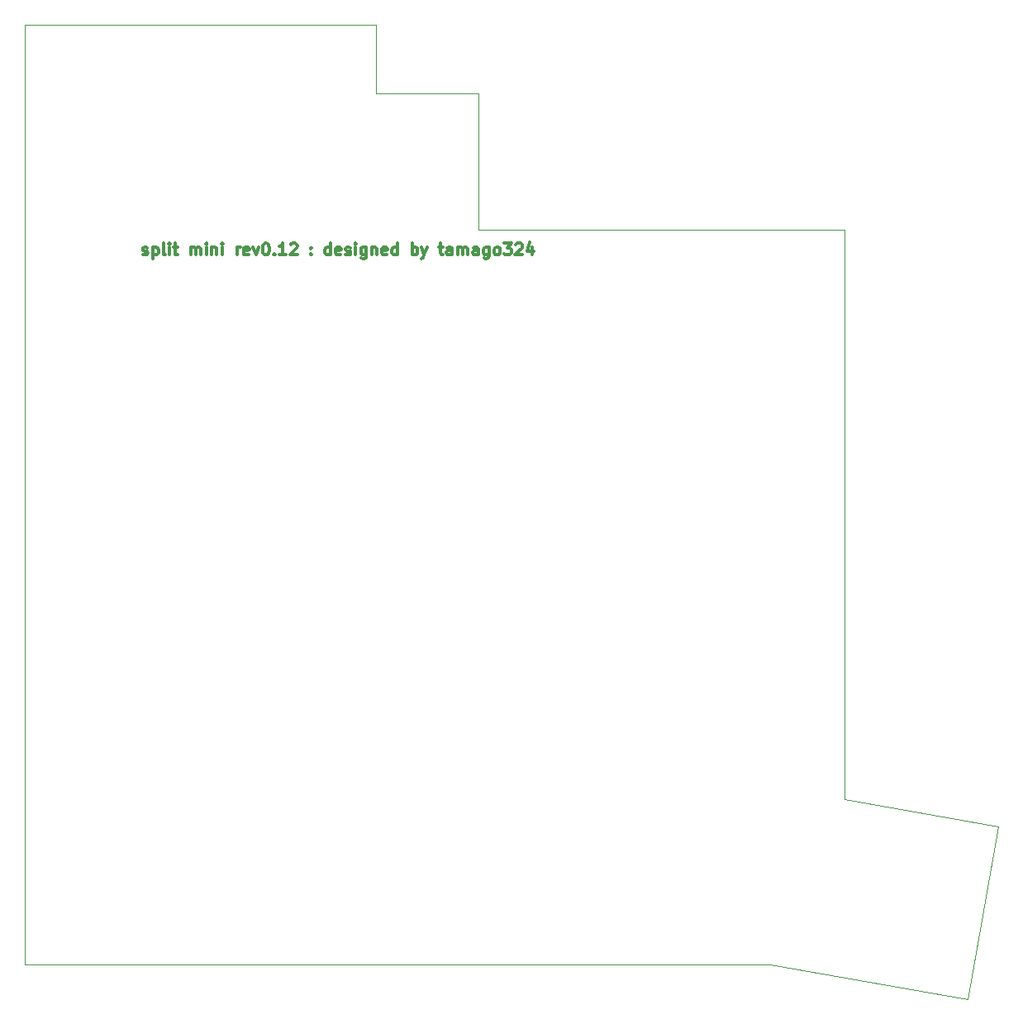
<source format=gto>
%TF.GenerationSoftware,KiCad,Pcbnew,(6.0.9)*%
%TF.CreationDate,2023-01-03T16:44:31+09:00*%
%TF.ProjectId,split-mini__bottom,73706c69-742d-46d6-996e-695f5f626f74,rev?*%
%TF.SameCoordinates,Original*%
%TF.FileFunction,Legend,Top*%
%TF.FilePolarity,Positive*%
%FSLAX46Y46*%
G04 Gerber Fmt 4.6, Leading zero omitted, Abs format (unit mm)*
G04 Created by KiCad (PCBNEW (6.0.9)) date 2023-01-03 16:44:31*
%MOMM*%
%LPD*%
G01*
G04 APERTURE LIST*
%TA.AperFunction,Profile*%
%ADD10C,0.100000*%
%TD*%
%ADD11C,0.300000*%
%ADD12C,0.350000*%
%ADD13C,2.200000*%
G04 APERTURE END LIST*
D10*
X66450000Y-22475000D02*
X66450000Y-36475000D01*
X19950000Y-111725000D02*
X96323180Y-111725000D01*
X103950000Y-94792135D02*
X103950000Y-36475000D01*
X96323180Y-111725000D02*
X116541504Y-115290036D01*
X66450000Y-36475000D02*
X103950000Y-36475000D01*
X55950000Y-15475000D02*
X55950000Y-22475000D01*
X55950000Y-15475000D02*
X19950000Y-15475000D01*
X116541504Y-115290036D02*
X119667171Y-97563496D01*
X66450000Y-22475000D02*
X55950000Y-22475000D01*
X119667171Y-97563496D02*
X103950000Y-94792135D01*
X19950000Y-15475000D02*
X19950000Y-111725000D01*
D11*
X32021428Y-38985714D02*
X32135714Y-39042857D01*
X32364285Y-39042857D01*
X32478571Y-38985714D01*
X32535714Y-38871428D01*
X32535714Y-38814285D01*
X32478571Y-38700000D01*
X32364285Y-38642857D01*
X32192857Y-38642857D01*
X32078571Y-38585714D01*
X32021428Y-38471428D01*
X32021428Y-38414285D01*
X32078571Y-38300000D01*
X32192857Y-38242857D01*
X32364285Y-38242857D01*
X32478571Y-38300000D01*
X33050000Y-38242857D02*
X33050000Y-39442857D01*
X33050000Y-38300000D02*
X33164285Y-38242857D01*
X33392857Y-38242857D01*
X33507142Y-38300000D01*
X33564285Y-38357142D01*
X33621428Y-38471428D01*
X33621428Y-38814285D01*
X33564285Y-38928571D01*
X33507142Y-38985714D01*
X33392857Y-39042857D01*
X33164285Y-39042857D01*
X33050000Y-38985714D01*
X34307142Y-39042857D02*
X34192857Y-38985714D01*
X34135714Y-38871428D01*
X34135714Y-37842857D01*
X34764285Y-39042857D02*
X34764285Y-38242857D01*
X34764285Y-37842857D02*
X34707142Y-37900000D01*
X34764285Y-37957142D01*
X34821428Y-37900000D01*
X34764285Y-37842857D01*
X34764285Y-37957142D01*
X35164285Y-38242857D02*
X35621428Y-38242857D01*
X35335714Y-37842857D02*
X35335714Y-38871428D01*
X35392857Y-38985714D01*
X35507142Y-39042857D01*
X35621428Y-39042857D01*
X36935714Y-39042857D02*
X36935714Y-38242857D01*
X36935714Y-38357142D02*
X36992857Y-38300000D01*
X37107142Y-38242857D01*
X37278571Y-38242857D01*
X37392857Y-38300000D01*
X37450000Y-38414285D01*
X37450000Y-39042857D01*
X37450000Y-38414285D02*
X37507142Y-38300000D01*
X37621428Y-38242857D01*
X37792857Y-38242857D01*
X37907142Y-38300000D01*
X37964285Y-38414285D01*
X37964285Y-39042857D01*
X38535714Y-39042857D02*
X38535714Y-38242857D01*
X38535714Y-37842857D02*
X38478571Y-37900000D01*
X38535714Y-37957142D01*
X38592857Y-37900000D01*
X38535714Y-37842857D01*
X38535714Y-37957142D01*
X39107142Y-38242857D02*
X39107142Y-39042857D01*
X39107142Y-38357142D02*
X39164285Y-38300000D01*
X39278571Y-38242857D01*
X39450000Y-38242857D01*
X39564285Y-38300000D01*
X39621428Y-38414285D01*
X39621428Y-39042857D01*
X40192857Y-39042857D02*
X40192857Y-38242857D01*
X40192857Y-37842857D02*
X40135714Y-37900000D01*
X40192857Y-37957142D01*
X40250000Y-37900000D01*
X40192857Y-37842857D01*
X40192857Y-37957142D01*
X41678571Y-39042857D02*
X41678571Y-38242857D01*
X41678571Y-38471428D02*
X41735714Y-38357142D01*
X41792857Y-38300000D01*
X41907142Y-38242857D01*
X42021428Y-38242857D01*
X42878571Y-38985714D02*
X42764285Y-39042857D01*
X42535714Y-39042857D01*
X42421428Y-38985714D01*
X42364285Y-38871428D01*
X42364285Y-38414285D01*
X42421428Y-38300000D01*
X42535714Y-38242857D01*
X42764285Y-38242857D01*
X42878571Y-38300000D01*
X42935714Y-38414285D01*
X42935714Y-38528571D01*
X42364285Y-38642857D01*
X43335714Y-38242857D02*
X43621428Y-39042857D01*
X43907142Y-38242857D01*
X44592857Y-37842857D02*
X44707142Y-37842857D01*
X44821428Y-37900000D01*
X44878571Y-37957142D01*
X44935714Y-38071428D01*
X44992857Y-38300000D01*
X44992857Y-38585714D01*
X44935714Y-38814285D01*
X44878571Y-38928571D01*
X44821428Y-38985714D01*
X44707142Y-39042857D01*
X44592857Y-39042857D01*
X44478571Y-38985714D01*
X44421428Y-38928571D01*
X44364285Y-38814285D01*
X44307142Y-38585714D01*
X44307142Y-38300000D01*
X44364285Y-38071428D01*
X44421428Y-37957142D01*
X44478571Y-37900000D01*
X44592857Y-37842857D01*
X45507142Y-38928571D02*
X45564285Y-38985714D01*
X45507142Y-39042857D01*
X45450000Y-38985714D01*
X45507142Y-38928571D01*
X45507142Y-39042857D01*
X46707142Y-39042857D02*
X46021428Y-39042857D01*
X46364285Y-39042857D02*
X46364285Y-37842857D01*
X46250000Y-38014285D01*
X46135714Y-38128571D01*
X46021428Y-38185714D01*
X47164285Y-37957142D02*
X47221428Y-37900000D01*
X47335714Y-37842857D01*
X47621428Y-37842857D01*
X47735714Y-37900000D01*
X47792857Y-37957142D01*
X47850000Y-38071428D01*
X47850000Y-38185714D01*
X47792857Y-38357142D01*
X47107142Y-39042857D01*
X47850000Y-39042857D01*
X49278571Y-38928571D02*
X49335714Y-38985714D01*
X49278571Y-39042857D01*
X49221428Y-38985714D01*
X49278571Y-38928571D01*
X49278571Y-39042857D01*
X49278571Y-38300000D02*
X49335714Y-38357142D01*
X49278571Y-38414285D01*
X49221428Y-38357142D01*
X49278571Y-38300000D01*
X49278571Y-38414285D01*
X51278571Y-39042857D02*
X51278571Y-37842857D01*
X51278571Y-38985714D02*
X51164285Y-39042857D01*
X50935714Y-39042857D01*
X50821428Y-38985714D01*
X50764285Y-38928571D01*
X50707142Y-38814285D01*
X50707142Y-38471428D01*
X50764285Y-38357142D01*
X50821428Y-38300000D01*
X50935714Y-38242857D01*
X51164285Y-38242857D01*
X51278571Y-38300000D01*
X52307142Y-38985714D02*
X52192857Y-39042857D01*
X51964285Y-39042857D01*
X51850000Y-38985714D01*
X51792857Y-38871428D01*
X51792857Y-38414285D01*
X51850000Y-38300000D01*
X51964285Y-38242857D01*
X52192857Y-38242857D01*
X52307142Y-38300000D01*
X52364285Y-38414285D01*
X52364285Y-38528571D01*
X51792857Y-38642857D01*
X52821428Y-38985714D02*
X52935714Y-39042857D01*
X53164285Y-39042857D01*
X53278571Y-38985714D01*
X53335714Y-38871428D01*
X53335714Y-38814285D01*
X53278571Y-38700000D01*
X53164285Y-38642857D01*
X52992857Y-38642857D01*
X52878571Y-38585714D01*
X52821428Y-38471428D01*
X52821428Y-38414285D01*
X52878571Y-38300000D01*
X52992857Y-38242857D01*
X53164285Y-38242857D01*
X53278571Y-38300000D01*
X53850000Y-39042857D02*
X53850000Y-38242857D01*
X53850000Y-37842857D02*
X53792857Y-37900000D01*
X53850000Y-37957142D01*
X53907142Y-37900000D01*
X53850000Y-37842857D01*
X53850000Y-37957142D01*
X54935714Y-38242857D02*
X54935714Y-39214285D01*
X54878571Y-39328571D01*
X54821428Y-39385714D01*
X54707142Y-39442857D01*
X54535714Y-39442857D01*
X54421428Y-39385714D01*
X54935714Y-38985714D02*
X54821428Y-39042857D01*
X54592857Y-39042857D01*
X54478571Y-38985714D01*
X54421428Y-38928571D01*
X54364285Y-38814285D01*
X54364285Y-38471428D01*
X54421428Y-38357142D01*
X54478571Y-38300000D01*
X54592857Y-38242857D01*
X54821428Y-38242857D01*
X54935714Y-38300000D01*
X55507142Y-38242857D02*
X55507142Y-39042857D01*
X55507142Y-38357142D02*
X55564285Y-38300000D01*
X55678571Y-38242857D01*
X55850000Y-38242857D01*
X55964285Y-38300000D01*
X56021428Y-38414285D01*
X56021428Y-39042857D01*
X57050000Y-38985714D02*
X56935714Y-39042857D01*
X56707142Y-39042857D01*
X56592857Y-38985714D01*
X56535714Y-38871428D01*
X56535714Y-38414285D01*
X56592857Y-38300000D01*
X56707142Y-38242857D01*
X56935714Y-38242857D01*
X57050000Y-38300000D01*
X57107142Y-38414285D01*
X57107142Y-38528571D01*
X56535714Y-38642857D01*
X58135714Y-39042857D02*
X58135714Y-37842857D01*
X58135714Y-38985714D02*
X58021428Y-39042857D01*
X57792857Y-39042857D01*
X57678571Y-38985714D01*
X57621428Y-38928571D01*
X57564285Y-38814285D01*
X57564285Y-38471428D01*
X57621428Y-38357142D01*
X57678571Y-38300000D01*
X57792857Y-38242857D01*
X58021428Y-38242857D01*
X58135714Y-38300000D01*
X59621428Y-39042857D02*
X59621428Y-37842857D01*
X59621428Y-38300000D02*
X59735714Y-38242857D01*
X59964285Y-38242857D01*
X60078571Y-38300000D01*
X60135714Y-38357142D01*
X60192857Y-38471428D01*
X60192857Y-38814285D01*
X60135714Y-38928571D01*
X60078571Y-38985714D01*
X59964285Y-39042857D01*
X59735714Y-39042857D01*
X59621428Y-38985714D01*
X60592857Y-38242857D02*
X60878571Y-39042857D01*
X61164285Y-38242857D02*
X60878571Y-39042857D01*
X60764285Y-39328571D01*
X60707142Y-39385714D01*
X60592857Y-39442857D01*
X62364285Y-38242857D02*
X62821428Y-38242857D01*
X62535714Y-37842857D02*
X62535714Y-38871428D01*
X62592857Y-38985714D01*
X62707142Y-39042857D01*
X62821428Y-39042857D01*
X63735714Y-39042857D02*
X63735714Y-38414285D01*
X63678571Y-38300000D01*
X63564285Y-38242857D01*
X63335714Y-38242857D01*
X63221428Y-38300000D01*
X63735714Y-38985714D02*
X63621428Y-39042857D01*
X63335714Y-39042857D01*
X63221428Y-38985714D01*
X63164285Y-38871428D01*
X63164285Y-38757142D01*
X63221428Y-38642857D01*
X63335714Y-38585714D01*
X63621428Y-38585714D01*
X63735714Y-38528571D01*
X64307142Y-39042857D02*
X64307142Y-38242857D01*
X64307142Y-38357142D02*
X64364285Y-38300000D01*
X64478571Y-38242857D01*
X64650000Y-38242857D01*
X64764285Y-38300000D01*
X64821428Y-38414285D01*
X64821428Y-39042857D01*
X64821428Y-38414285D02*
X64878571Y-38300000D01*
X64992857Y-38242857D01*
X65164285Y-38242857D01*
X65278571Y-38300000D01*
X65335714Y-38414285D01*
X65335714Y-39042857D01*
X66421428Y-39042857D02*
X66421428Y-38414285D01*
X66364285Y-38300000D01*
X66250000Y-38242857D01*
X66021428Y-38242857D01*
X65907142Y-38300000D01*
X66421428Y-38985714D02*
X66307142Y-39042857D01*
X66021428Y-39042857D01*
X65907142Y-38985714D01*
X65850000Y-38871428D01*
X65850000Y-38757142D01*
X65907142Y-38642857D01*
X66021428Y-38585714D01*
X66307142Y-38585714D01*
X66421428Y-38528571D01*
X67507142Y-38242857D02*
X67507142Y-39214285D01*
X67450000Y-39328571D01*
X67392857Y-39385714D01*
X67278571Y-39442857D01*
X67107142Y-39442857D01*
X66992857Y-39385714D01*
X67507142Y-38985714D02*
X67392857Y-39042857D01*
X67164285Y-39042857D01*
X67050000Y-38985714D01*
X66992857Y-38928571D01*
X66935714Y-38814285D01*
X66935714Y-38471428D01*
X66992857Y-38357142D01*
X67050000Y-38300000D01*
X67164285Y-38242857D01*
X67392857Y-38242857D01*
X67507142Y-38300000D01*
X68250000Y-39042857D02*
X68135714Y-38985714D01*
X68078571Y-38928571D01*
X68021428Y-38814285D01*
X68021428Y-38471428D01*
X68078571Y-38357142D01*
X68135714Y-38300000D01*
X68250000Y-38242857D01*
X68421428Y-38242857D01*
X68535714Y-38300000D01*
X68592857Y-38357142D01*
X68650000Y-38471428D01*
X68650000Y-38814285D01*
X68592857Y-38928571D01*
X68535714Y-38985714D01*
X68421428Y-39042857D01*
X68250000Y-39042857D01*
X69050000Y-37842857D02*
X69792857Y-37842857D01*
X69392857Y-38300000D01*
X69564285Y-38300000D01*
X69678571Y-38357142D01*
X69735714Y-38414285D01*
X69792857Y-38528571D01*
X69792857Y-38814285D01*
X69735714Y-38928571D01*
X69678571Y-38985714D01*
X69564285Y-39042857D01*
X69221428Y-39042857D01*
X69107142Y-38985714D01*
X69050000Y-38928571D01*
X70250000Y-37957142D02*
X70307142Y-37900000D01*
X70421428Y-37842857D01*
X70707142Y-37842857D01*
X70821428Y-37900000D01*
X70878571Y-37957142D01*
X70935714Y-38071428D01*
X70935714Y-38185714D01*
X70878571Y-38357142D01*
X70192857Y-39042857D01*
X70935714Y-39042857D01*
X71964285Y-38242857D02*
X71964285Y-39042857D01*
X71678571Y-37785714D02*
X71392857Y-38642857D01*
X72135714Y-38642857D01*
D12*
X94950000Y-39775000D03*
X28925000Y-106375000D03*
X96450000Y-102475000D03*
X28950000Y-41375000D03*
%LPC*%
D13*
%TO.C,HOLE3*%
X94950000Y-39775000D03*
%TD*%
%TO.C,HOLE4*%
X28925000Y-106375000D03*
%TD*%
%TO.C,HOLE2*%
X96450000Y-102475000D03*
%TD*%
%TO.C,HOLE1*%
X28950000Y-41375000D03*
%TD*%
M02*

</source>
